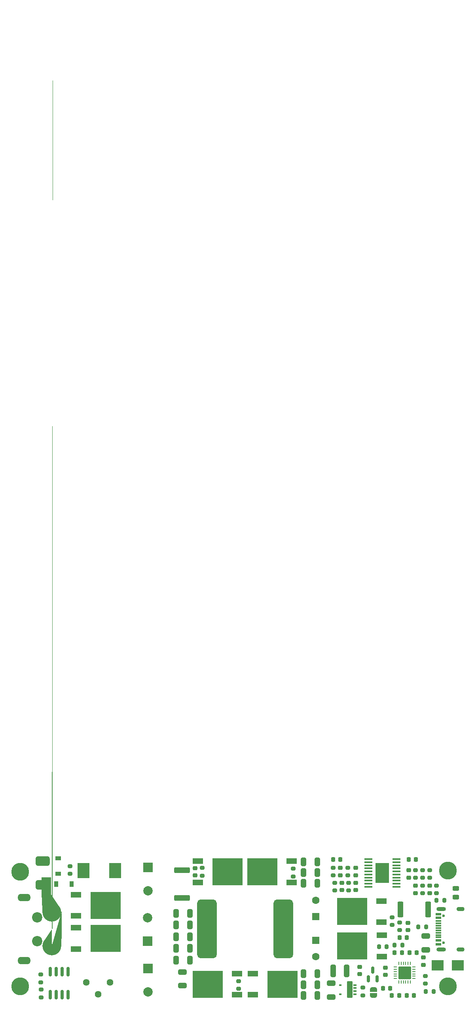
<source format=gts>
%TF.GenerationSoftware,KiCad,Pcbnew,(5.99.0-10682-g4bb4606811)*%
%TF.CreationDate,2021-08-27T09:32:21+01:00*%
%TF.ProjectId,dc-to-pd-2,64632d74-6f2d-4706-942d-322e6b696361,rev?*%
%TF.SameCoordinates,Original*%
%TF.FileFunction,Soldermask,Top*%
%TF.FilePolarity,Negative*%
%FSLAX46Y46*%
G04 Gerber Fmt 4.6, Leading zero omitted, Abs format (unit mm)*
G04 Created by KiCad (PCBNEW (5.99.0-10682-g4bb4606811)) date 2021-08-27 09:32:21*
%MOMM*%
%LPD*%
G01*
G04 APERTURE LIST*
G04 Aperture macros list*
%AMRoundRect*
0 Rectangle with rounded corners*
0 $1 Rounding radius*
0 $2 $3 $4 $5 $6 $7 $8 $9 X,Y pos of 4 corners*
0 Add a 4 corners polygon primitive as box body*
4,1,4,$2,$3,$4,$5,$6,$7,$8,$9,$2,$3,0*
0 Add four circle primitives for the rounded corners*
1,1,$1+$1,$2,$3*
1,1,$1+$1,$4,$5*
1,1,$1+$1,$6,$7*
1,1,$1+$1,$8,$9*
0 Add four rect primitives between the rounded corners*
20,1,$1+$1,$2,$3,$4,$5,0*
20,1,$1+$1,$4,$5,$6,$7,0*
20,1,$1+$1,$6,$7,$8,$9,0*
20,1,$1+$1,$8,$9,$2,$3,0*%
%AMFreePoly0*
4,1,23,0.500000,-0.750000,0.000000,-0.750000,0.000000,-0.747038,-0.093691,-0.741144,-0.212890,-0.702414,-0.318712,-0.635257,-0.404508,-0.543893,-0.464888,-0.434062,-0.496057,-0.312667,-0.496057,-0.250000,-0.500000,-0.250000,-0.500000,0.250000,-0.496057,0.250000,-0.496057,0.312667,-0.464888,0.434062,-0.404508,0.543893,-0.318712,0.635257,-0.212890,0.702414,-0.093691,0.741144,0.000000,0.747038,
0.000000,0.750000,0.500000,0.750000,0.500000,-0.750000,0.500000,-0.750000,$1*%
%AMFreePoly1*
4,1,21,0.000000,0.747038,0.031395,0.749013,0.154508,0.725528,0.267913,0.672164,0.364484,0.592274,0.438153,0.490877,0.484292,0.374345,0.500000,0.250000,0.500000,-0.250000,0.484292,-0.374345,0.438153,-0.490877,0.364484,-0.592274,0.267913,-0.672164,0.154508,-0.725528,0.031395,-0.749013,0.000000,-0.747038,0.000000,-0.750000,-0.500000,-0.750000,-0.500000,0.750000,0.000000,0.750000,
0.000000,0.747038,0.000000,0.747038,$1*%
%AMFreePoly2*
4,1,52,2.135355,7.464855,2.150000,7.429500,2.150000,3.175000,2.148124,3.170471,2.148343,3.170047,2.149457,3.156966,2.153880,3.144602,1.999473,0.008374,2.000000,0.000000,1.984229,-0.250666,1.937166,-0.497380,1.859553,-0.736249,1.752613,-0.963507,1.618034,-1.175571,1.457937,-1.369094,1.274848,-1.541026,1.071654,-1.688656,0.851559,-1.809654,0.618034,-1.902113,0.374763,-1.964575,
0.125581,-1.996053,-0.125581,-1.996053,-0.374763,-1.964575,-0.618034,-1.902113,-0.851559,-1.809654,-1.071654,-1.688656,-1.274848,-1.541026,-1.457937,-1.369094,-1.618034,-1.175571,-1.752613,-0.963507,-1.859553,-0.736249,-1.937166,-0.497380,-1.984229,-0.250666,-2.000000,0.000000,-1.984229,0.250666,-1.937166,0.497380,-1.859553,0.736249,-1.776167,0.913453,-1.775454,0.916957,-1.772357,0.921549,
-1.752613,0.963507,-1.618034,1.175571,-1.526061,1.286747,0.066046,3.647457,0.079502,3.656364,0.091689,3.666934,0.167860,3.692324,0.167860,7.429500,0.182505,7.464855,0.217860,7.479500,2.100000,7.479500,2.135355,7.464855,2.135355,7.464855,$1*%
%AMFreePoly3*
4,1,49,-0.199145,7.464855,-0.184500,7.429500,-0.184500,3.805567,-0.165806,3.789025,-0.162929,3.783124,-0.157457,3.779494,1.488463,1.333474,1.488806,1.331781,1.618034,1.175571,1.752613,0.963507,1.859553,0.736249,1.937166,0.497380,1.984229,0.250666,2.000000,0.000000,1.984229,-0.250666,1.937166,-0.497380,1.859553,-0.736249,1.752613,-0.963507,1.618034,-1.175571,1.457937,-1.369094,
1.274848,-1.541026,1.071654,-1.688656,0.851559,-1.809654,0.618034,-1.902113,0.374763,-1.964575,0.125581,-1.996053,-0.125581,-1.996053,-0.374763,-1.964575,-0.618034,-1.902113,-0.851559,-1.809654,-1.071654,-1.688656,-1.274848,-1.541026,-1.457937,-1.369094,-1.618034,-1.175571,-1.752613,-0.963507,-1.859553,-0.736249,-1.937166,-0.497380,-1.984229,-0.250666,-1.990503,-0.150941,-1.995069,-0.146434,
-1.995127,-0.137495,-1.998942,-0.129411,-2.157387,3.152662,-2.166640,3.175000,-2.166640,7.429500,-2.151995,7.464855,-2.116640,7.479500,-0.234500,7.479500,-0.199145,7.464855,-0.199145,7.464855,$1*%
G04 Aperture macros list end*
%ADD10RoundRect,0.225000X-0.225000X-0.250000X0.225000X-0.250000X0.225000X0.250000X-0.225000X0.250000X0*%
%ADD11C,3.800000*%
%ADD12RoundRect,0.225000X-0.250000X0.225000X-0.250000X-0.225000X0.250000X-0.225000X0.250000X0.225000X0*%
%ADD13R,6.400000X5.800000*%
%ADD14R,2.200000X1.200000*%
%ADD15R,1.780000X0.420000*%
%ADD16R,3.000000X4.200000*%
%ADD17RoundRect,0.200000X-0.275000X0.200000X-0.275000X-0.200000X0.275000X-0.200000X0.275000X0.200000X0*%
%ADD18RoundRect,0.200000X0.275000X-0.200000X0.275000X0.200000X-0.275000X0.200000X-0.275000X-0.200000X0*%
%ADD19FreePoly0,270.000000*%
%ADD20FreePoly1,270.000000*%
%ADD21RoundRect,0.250000X-0.325000X-0.650000X0.325000X-0.650000X0.325000X0.650000X-0.325000X0.650000X0*%
%ADD22R,2.500000X2.300000*%
%ADD23RoundRect,0.048000X0.072000X-0.292000X0.072000X0.292000X-0.072000X0.292000X-0.072000X-0.292000X0*%
%ADD24RoundRect,0.048000X0.292000X0.072000X-0.292000X0.072000X-0.292000X-0.072000X0.292000X-0.072000X0*%
%ADD25RoundRect,0.051300X1.298700X-1.298700X1.298700X1.298700X-1.298700X1.298700X-1.298700X-1.298700X0*%
%ADD26RoundRect,0.225000X0.225000X0.250000X-0.225000X0.250000X-0.225000X-0.250000X0.225000X-0.250000X0*%
%ADD27RoundRect,0.250000X0.650000X-0.325000X0.650000X0.325000X-0.650000X0.325000X-0.650000X-0.325000X0*%
%ADD28R,1.600000X1.600000*%
%ADD29C,1.600000*%
%ADD30RoundRect,0.200000X0.200000X0.275000X-0.200000X0.275000X-0.200000X-0.275000X0.200000X-0.275000X0*%
%ADD31RoundRect,0.225000X0.250000X-0.225000X0.250000X0.225000X-0.250000X0.225000X-0.250000X-0.225000X0*%
%ADD32RoundRect,0.250000X0.312500X1.075000X-0.312500X1.075000X-0.312500X-1.075000X0.312500X-1.075000X0*%
%ADD33RoundRect,0.150000X0.150000X-0.587500X0.150000X0.587500X-0.150000X0.587500X-0.150000X-0.587500X0*%
%ADD34R,0.900000X1.200000*%
%ADD35R,2.500000X3.300000*%
%ADD36RoundRect,0.250000X-0.650000X0.325000X-0.650000X-0.325000X0.650000X-0.325000X0.650000X0.325000X0*%
%ADD37RoundRect,0.200000X-0.200000X-0.275000X0.200000X-0.275000X0.200000X0.275000X-0.200000X0.275000X0*%
%ADD38C,1.440000*%
%ADD39C,2.200000*%
%ADD40O,2.800000X1.600000*%
%ADD41FreePoly2,90.000000*%
%ADD42FreePoly3,90.000000*%
%ADD43RoundRect,0.243750X-0.456250X0.243750X-0.456250X-0.243750X0.456250X-0.243750X0.456250X0.243750X0*%
%ADD44RoundRect,0.659850X1.415150X5.590150X-1.415150X5.590150X-1.415150X-5.590150X1.415150X-5.590150X0*%
%ADD45R,2.000000X2.000000*%
%ADD46C,2.000000*%
%ADD47RoundRect,0.250000X1.425000X-0.362500X1.425000X0.362500X-1.425000X0.362500X-1.425000X-0.362500X0*%
%ADD48RoundRect,0.150000X0.150000X-0.825000X0.150000X0.825000X-0.150000X0.825000X-0.150000X-0.825000X0*%
%ADD49RoundRect,0.050000X-0.240000X0.150000X-0.240000X-0.150000X0.240000X-0.150000X0.240000X0.150000X0*%
%ADD50RoundRect,0.050000X-0.312500X0.150000X-0.312500X-0.150000X0.312500X-0.150000X0.312500X0.150000X0*%
%ADD51RoundRect,0.099185X-0.498315X-1.650815X0.498315X-1.650815X0.498315X1.650815X-0.498315X1.650815X0*%
%ADD52RoundRect,0.250000X0.325000X0.650000X-0.325000X0.650000X-0.325000X-0.650000X0.325000X-0.650000X0*%
%ADD53C,0.600000*%
%ADD54R,1.160000X0.600000*%
%ADD55R,1.160000X0.300000*%
%ADD56O,2.000000X0.900000*%
%ADD57O,1.700000X0.900000*%
%ADD58RoundRect,0.250000X-0.362500X-1.425000X0.362500X-1.425000X0.362500X1.425000X-0.362500X1.425000X0*%
%ADD59R,1.200000X0.900000*%
%ADD60RoundRect,0.408000X-1.092000X0.592000X-1.092000X-0.592000X1.092000X-0.592000X1.092000X0.592000X0*%
G04 APERTURE END LIST*
D10*
%TO.C,Crx2*%
X117225000Y-60200000D03*
X118775000Y-60200000D03*
%TD*%
D11*
%TO.C,H1*%
X34500000Y-33750000D03*
%TD*%
D12*
%TO.C,Cvpwr1*%
X112600000Y-54225000D03*
X112600000Y-55775000D03*
%TD*%
D13*
%TO.C,Dboost1*%
X90600000Y-57750000D03*
D14*
X84300000Y-55470000D03*
X84300000Y-60030000D03*
%TD*%
D15*
%TO.C,U1*%
X109030000Y-31075000D03*
X109030000Y-31725000D03*
X109030000Y-32375000D03*
X109030000Y-33025000D03*
X109030000Y-33675000D03*
X109030000Y-34325000D03*
X109030000Y-34975000D03*
X109030000Y-35625000D03*
X109030000Y-36275000D03*
X109030000Y-36925000D03*
X114970000Y-36925000D03*
X114970000Y-36275000D03*
X114970000Y-35625000D03*
X114970000Y-34975000D03*
X114970000Y-34325000D03*
X114970000Y-33675000D03*
X114970000Y-33025000D03*
X114970000Y-32375000D03*
X114970000Y-31725000D03*
X114970000Y-31075000D03*
D16*
X112000000Y-34000000D03*
%TD*%
D17*
%TO.C,Rt1*%
X104600000Y-32875000D03*
X104600000Y-34525000D03*
%TD*%
D14*
%TO.C,Q4*%
X46450000Y-45720000D03*
D13*
X52750000Y-48000000D03*
D14*
X46450000Y-50280000D03*
%TD*%
%TO.C,Q2*%
X46450000Y-38620000D03*
D13*
X52750000Y-40900000D03*
D14*
X46450000Y-43180000D03*
%TD*%
D17*
%TO.C,Rsel1*%
X121200000Y-55975000D03*
X121200000Y-57625000D03*
%TD*%
D18*
%TO.C,Ruv1*%
X38950000Y-60575000D03*
X38950000Y-58925000D03*
%TD*%
D19*
%TO.C,JP1*%
X110100000Y-58900000D03*
D20*
X110100000Y-60200000D03*
%TD*%
D21*
%TO.C,C4*%
X67825000Y-42600000D03*
X70775000Y-42600000D03*
%TD*%
D22*
%TO.C,D5*%
X123850000Y-53700000D03*
X128150000Y-53700000D03*
%TD*%
D21*
%TO.C,C6*%
X67825000Y-47600000D03*
X70775000Y-47600000D03*
%TD*%
D14*
%TO.C,Q1*%
X111850000Y-51880000D03*
D13*
X105550000Y-49600000D03*
D14*
X111850000Y-47320000D03*
%TD*%
D21*
%TO.C,C5*%
X67825000Y-45100000D03*
X70775000Y-45100000D03*
%TD*%
D17*
%TO.C,Rcomp1*%
X104800000Y-36075000D03*
X104800000Y-37725000D03*
%TD*%
D23*
%TO.C,IC2*%
X115500000Y-57262500D03*
X116000000Y-57262500D03*
X116500000Y-57262500D03*
X117000000Y-57262500D03*
X117500000Y-57262500D03*
X118000000Y-57262500D03*
D24*
X118712500Y-56550000D03*
X118712500Y-56050000D03*
X118712500Y-55550000D03*
X118712500Y-55050000D03*
X118712500Y-54550000D03*
X118712500Y-54050000D03*
D23*
X118000000Y-53337500D03*
X117500000Y-53337500D03*
X117000000Y-53337500D03*
X116500000Y-53337500D03*
X116000000Y-53337500D03*
X115500000Y-53337500D03*
D24*
X114787500Y-54050000D03*
X114787500Y-54550000D03*
X114787500Y-55050000D03*
X114787500Y-55550000D03*
X114787500Y-56050000D03*
X114787500Y-56550000D03*
D25*
X116750000Y-55300000D03*
%TD*%
D26*
%TO.C,Cvtx1*%
X113650000Y-58600000D03*
X112100000Y-58600000D03*
%TD*%
D27*
%TO.C,C9*%
X69200000Y-58075000D03*
X69200000Y-55125000D03*
%TD*%
D28*
%TO.C,Cout2*%
X97700000Y-48400000D03*
D29*
X97700000Y-51900000D03*
%TD*%
D30*
%TO.C,R6*%
X121350000Y-45550000D03*
X119700000Y-45550000D03*
%TD*%
D31*
%TO.C,C2*%
X107100000Y-55625000D03*
X107100000Y-54075000D03*
%TD*%
D26*
%TO.C,Cinx1*%
X102975000Y-31100000D03*
X101425000Y-31100000D03*
%TD*%
D32*
%TO.C,R1*%
X104362500Y-54900000D03*
X101437500Y-54900000D03*
%TD*%
D21*
%TO.C,C8*%
X67825000Y-52600000D03*
X70775000Y-52600000D03*
%TD*%
D14*
%TO.C,Qbuck1*%
X80900000Y-60030000D03*
D13*
X74600000Y-57750000D03*
D14*
X80900000Y-55470000D03*
%TD*%
D33*
%TO.C,Q5*%
X109000000Y-56637500D03*
X110900000Y-56637500D03*
X109950000Y-54762500D03*
%TD*%
D34*
%TO.C,D3*%
X42200000Y-36400000D03*
X45500000Y-36400000D03*
%TD*%
D35*
%TO.C,D1*%
X54800000Y-33500000D03*
X48000000Y-33500000D03*
%TD*%
D26*
%TO.C,Crx1*%
X115575000Y-60200000D03*
X114025000Y-60200000D03*
%TD*%
D36*
%TO.C,C1*%
X101000000Y-57525000D03*
X101000000Y-60475000D03*
%TD*%
D18*
%TO.C,R4*%
X45200000Y-34175000D03*
X45200000Y-32525000D03*
%TD*%
%TO.C,Rfbl2*%
X120600000Y-35025000D03*
X120600000Y-33375000D03*
%TD*%
D10*
%TO.C,Cvaux1*%
X117775000Y-51050000D03*
X119325000Y-51050000D03*
%TD*%
D21*
%TO.C,C12*%
X95125000Y-60150000D03*
X98075000Y-60150000D03*
%TD*%
%TO.C,C14*%
X95125000Y-55500000D03*
X98075000Y-55500000D03*
%TD*%
D31*
%TO.C,Cslu1*%
X119100000Y-38275000D03*
X119100000Y-36725000D03*
%TD*%
D36*
%TO.C,C3*%
X121250000Y-47475000D03*
X121250000Y-50425000D03*
%TD*%
D37*
%TO.C,Rslew1*%
X114600000Y-49400000D03*
X116250000Y-49400000D03*
%TD*%
D12*
%TO.C,Csll1*%
X122100000Y-36725000D03*
X122100000Y-38275000D03*
%TD*%
D17*
%TO.C,R3*%
X114100000Y-43475000D03*
X114100000Y-45125000D03*
%TD*%
D28*
%TO.C,Cout1*%
X97700000Y-43302651D03*
D29*
X97700000Y-39802651D03*
%TD*%
D38*
%TO.C,RV1*%
X48650000Y-57350000D03*
X51190000Y-59890000D03*
X53730000Y-57350000D03*
%TD*%
D37*
%TO.C,R7*%
X121295000Y-59320000D03*
X122945000Y-59320000D03*
%TD*%
D18*
%TO.C,R14*%
X73400000Y-34575000D03*
X73400000Y-32925000D03*
%TD*%
D39*
%TO.C,J1*%
X38125000Y-48540000D03*
D40*
X35300000Y-52750000D03*
D41*
X41300000Y-49600000D03*
D39*
X38125000Y-43460000D03*
D42*
X41300000Y-42400000D03*
D40*
X35300000Y-39250000D03*
%TD*%
D17*
%TO.C,R8*%
X107800000Y-58500000D03*
X107800000Y-60150000D03*
%TD*%
D43*
%TO.C,D4*%
X127700000Y-37312500D03*
X127700000Y-39187500D03*
%TD*%
D21*
%TO.C,C13*%
X95125000Y-57850000D03*
X98075000Y-57850000D03*
%TD*%
D11*
%TO.C,H2*%
X34500000Y-58250000D03*
%TD*%
D30*
%TO.C,R9*%
X125225000Y-39800000D03*
X123575000Y-39800000D03*
%TD*%
D12*
%TO.C,C11*%
X71900000Y-32975000D03*
X71900000Y-34525000D03*
%TD*%
D21*
%TO.C,C7*%
X67825000Y-50100000D03*
X70775000Y-50100000D03*
%TD*%
D18*
%TO.C,Rfbl3*%
X122100000Y-35025000D03*
X122100000Y-33375000D03*
%TD*%
D44*
%TO.C,L1*%
X90775000Y-45900000D03*
X74425000Y-45900000D03*
%TD*%
D37*
%TO.C,R2*%
X111275000Y-49750000D03*
X112925000Y-49750000D03*
%TD*%
D10*
%TO.C,Cslew1*%
X115675000Y-47775000D03*
X117225000Y-47775000D03*
%TD*%
D45*
%TO.C,Cinbulk3*%
X61800000Y-54400000D03*
D46*
X61800000Y-59400000D03*
%TD*%
D18*
%TO.C,Rfbt1*%
X120600000Y-38325000D03*
X120600000Y-36675000D03*
%TD*%
D47*
%TO.C,Rsense1*%
X69100000Y-39312500D03*
X69100000Y-33387500D03*
%TD*%
D11*
%TO.C,H3*%
X126000000Y-33450000D03*
%TD*%
D48*
%TO.C,IC3*%
X40960000Y-60010000D03*
X42230000Y-60010000D03*
X43500000Y-60010000D03*
X44770000Y-60010000D03*
X44770000Y-55060000D03*
X43500000Y-55060000D03*
X42230000Y-55060000D03*
X40960000Y-55060000D03*
%TD*%
D11*
%TO.C,H4*%
X126000000Y-58250000D03*
%TD*%
D45*
%TO.C,Cinbulk1*%
X61800000Y-32800000D03*
D46*
X61800000Y-37800000D03*
%TD*%
D10*
%TO.C,Cvdd1*%
X114625000Y-51050000D03*
X116175000Y-51050000D03*
%TD*%
D17*
%TO.C,Rramp1*%
X101500000Y-32875000D03*
X101500000Y-34525000D03*
%TD*%
D49*
%TO.C,IC1*%
X103020000Y-57920000D03*
X103020000Y-59870000D03*
D50*
X106110000Y-59870000D03*
X106110000Y-59220000D03*
X106110000Y-58570000D03*
X106110000Y-57920000D03*
D51*
X105010000Y-58895000D03*
%TD*%
D31*
%TO.C,Cf1*%
X117450000Y-46175000D03*
X117450000Y-44625000D03*
%TD*%
D52*
%TO.C,C16*%
X98075000Y-33900000D03*
X95125000Y-33900000D03*
%TD*%
D14*
%TO.C,Q3*%
X111800000Y-44530000D03*
D13*
X105500000Y-42250000D03*
D14*
X111800000Y-39970000D03*
%TD*%
D12*
%TO.C,Css1*%
X106300000Y-32925000D03*
X106300000Y-34475000D03*
%TD*%
D53*
%TO.C,J2*%
X125050000Y-43110000D03*
X125050000Y-48890000D03*
D54*
X123990000Y-49200000D03*
X123990000Y-48400000D03*
D55*
X123990000Y-47250000D03*
X123990000Y-46250000D03*
X123990000Y-45750000D03*
X123990000Y-44750000D03*
D54*
X123990000Y-43600000D03*
X123990000Y-42800000D03*
X123990000Y-42800000D03*
X123990000Y-43600000D03*
D55*
X123990000Y-44250000D03*
X123990000Y-45250000D03*
X123990000Y-46750000D03*
X123990000Y-47750000D03*
D54*
X123990000Y-48400000D03*
X123990000Y-49200000D03*
D56*
X124570000Y-50320000D03*
X124570000Y-41680000D03*
D57*
X128740000Y-41680000D03*
X128740000Y-50320000D03*
%TD*%
D12*
%TO.C,Ccomp2*%
X103300000Y-36125000D03*
X103300000Y-37675000D03*
%TD*%
D17*
%TO.C,R12*%
X92900000Y-33075000D03*
X92900000Y-34725000D03*
%TD*%
D14*
%TO.C,Qboost1*%
X92600000Y-36030000D03*
D13*
X86300000Y-33750000D03*
D14*
X92600000Y-31470000D03*
%TD*%
D52*
%TO.C,C15*%
X98075000Y-36200000D03*
X95125000Y-36200000D03*
%TD*%
D12*
%TO.C,Ccomp1*%
X106300000Y-36125000D03*
X106300000Y-37675000D03*
%TD*%
D18*
%TO.C,Ruv2*%
X38900000Y-57325000D03*
X38900000Y-55675000D03*
%TD*%
D58*
%TO.C,R5*%
X115837500Y-41800000D03*
X121762500Y-41800000D03*
%TD*%
D17*
%TO.C,R13*%
X123600000Y-36675000D03*
X123600000Y-38325000D03*
%TD*%
D12*
%TO.C,Cvcc1*%
X117600000Y-33425000D03*
X117600000Y-34975000D03*
%TD*%
D59*
%TO.C,D2*%
X42650000Y-34150000D03*
X42650000Y-30850000D03*
%TD*%
D60*
%TO.C,F1*%
X39300000Y-31487500D03*
X39300000Y-36550000D03*
%TD*%
D10*
%TO.C,C10*%
X117625000Y-31100000D03*
X119175000Y-31100000D03*
%TD*%
D45*
%TO.C,Cinbulk2*%
X61750000Y-48535354D03*
D46*
X61750000Y-43535354D03*
%TD*%
D18*
%TO.C,Rfbl1*%
X119100000Y-35025000D03*
X119100000Y-33375000D03*
%TD*%
D13*
%TO.C,Dbuck1*%
X78850000Y-33750000D03*
D14*
X72550000Y-31470000D03*
X72550000Y-36030000D03*
%TD*%
D31*
%TO.C,Cdvdd1*%
X120800000Y-53600000D03*
X120800000Y-52050000D03*
%TD*%
D17*
%TO.C,R11*%
X81200000Y-57075000D03*
X81200000Y-58725000D03*
%TD*%
%TO.C,Rf1*%
X115700000Y-44575000D03*
X115700000Y-46225000D03*
%TD*%
D18*
%TO.C,R10*%
X101800000Y-37725000D03*
X101800000Y-36075000D03*
%TD*%
D52*
%TO.C,C17*%
X98075000Y-31600000D03*
X95125000Y-31600000D03*
%TD*%
D12*
%TO.C,Cramp1*%
X103000000Y-32925000D03*
X103000000Y-34475000D03*
%TD*%
M02*

</source>
